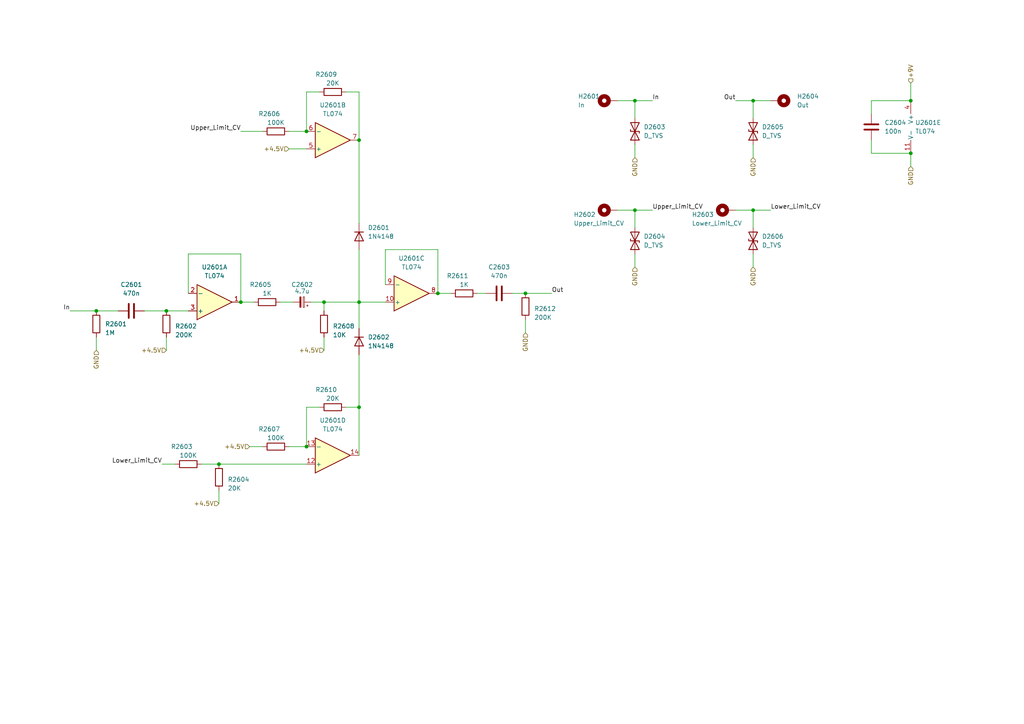
<source format=kicad_sch>
(kicad_sch (version 20211123) (generator eeschema)
  (paper "A4")
  (lib_symbols
    (symbol "Amplifier_Operational:TL074" (pin_names (offset 0.127))
      (property "Reference" "U" (at 0 5.08 0))
      (property "Value" "TL074" (at 0 -5.08 0))
      (symbol "TL074_1_1"
        (polyline (pts (xy -5.08 5.08) (xy 5.08 0) (xy -5.08 -5.08) (xy -5.08 5.08)) (stroke (width 0.254)) (fill (type background)))
        (pin output line (at 7.62 0 180) (length 2.54) (name "~") (number "1"))
        (pin input line (at -7.62 -2.54 0) (length 2.54) (name "-") (number "2"))
        (pin input line (at -7.62 2.54 0) (length 2.54) (name "+") (number "3"))
      )
      (symbol "TL074_2_1"
        (polyline (pts (xy -5.08 5.08) (xy 5.08 0) (xy -5.08 -5.08) (xy -5.08 5.08)) (stroke (width 0.254)) (fill (type background)))
        (pin input line (at -7.62 2.54 0) (length 2.54) (name "+") (number "5"))
        (pin input line (at -7.62 -2.54 0) (length 2.54) (name "-") (number "6"))
        (pin output line (at 7.62 0 180) (length 2.54) (name "~") (number "7"))
      )
      (symbol "TL074_3_1"
        (polyline (pts (xy -5.08 5.08) (xy 5.08 0) (xy -5.08 -5.08) (xy -5.08 5.08)) (stroke (width 0.254)) (fill (type background)))
        (pin input line (at -7.62 2.54 0) (length 2.54) (name "+") (number "10"))
        (pin output line (at 7.62 0 180) (length 2.54) (name "~") (number "8"))
        (pin input line (at -7.62 -2.54 0) (length 2.54) (name "-") (number "9"))
      )
      (symbol "TL074_4_1"
        (polyline (pts (xy -5.08 5.08) (xy 5.08 0) (xy -5.08 -5.08) (xy -5.08 5.08)) (stroke (width 0.254)) (fill (type background)))
        (pin input line (at -7.62 2.54 0) (length 2.54) (name "+") (number "12"))
        (pin input line (at -7.62 -2.54 0) (length 2.54) (name "-") (number "13"))
        (pin output line (at 7.62 0 180) (length 2.54) (name "~") (number "14"))
      )
      (symbol "TL074_5_1"
        (pin power_in line (at -2.54 -7.62 90) (length 3.81) (name "V-") (number "11"))
        (pin power_in line (at -2.54 7.62 270) (length 3.81) (name "V+") (number "4"))
      )
    )
    (symbol "Device:C" (pin_numbers hide) (pin_names (offset 0.254))
      (property "Reference" "C" (at 0.635 2.54 0))
      (property "Value" "C" (at 0.635 -2.54 0))
      (symbol "C_0_1"
        (polyline (pts (xy -2.032 -0.762) (xy 2.032 -0.762)) (stroke (width 0.508)))
        (polyline (pts (xy -2.032 0.762) (xy 2.032 0.762)) (stroke (width 0.508)))
      )
      (symbol "C_1_1"
        (pin passive line (at 0 3.81 270) (length 2.794) (name "~") (number "1"))
        (pin passive line (at 0 -3.81 90) (length 2.794) (name "~") (number "2"))
      )
    )
    (symbol "Device:C_Polarized_Small" (pin_numbers hide) (pin_names (offset 0.254) hide)
      (property "Reference" "C" (at 0.254 1.778 0))
      (property "Value" "C_Polarized_Small" (at 0.254 -2.032 0))
      (symbol "C_Polarized_Small_0_1"
        (rectangle (start -1.524 -0.3048) (end 1.524 -0.6858) (fill (type outline)))
        (rectangle (start -1.524 0.6858) (end 1.524 0.3048))
        (polyline (pts (xy -1.27 1.524) (xy -0.762 1.524)))
        (polyline (pts (xy -1.016 1.27) (xy -1.016 1.778)))
      )
      (symbol "C_Polarized_Small_1_1"
        (pin passive line (at 0 2.54 270) (length 1.8542) (name "~") (number "1"))
        (pin passive line (at 0 -2.54 90) (length 1.8542) (name "~") (number "2"))
      )
    )
    (symbol "Device:D" (pin_numbers hide) (pin_names (offset 1.016) hide)
      (property "Reference" "D" (at 0 2.54 0))
      (property "Value" "D" (at 0 -2.54 0))
      (symbol "D_0_1"
        (polyline (pts (xy -1.27 1.27) (xy -1.27 -1.27)) (stroke (width 0.254)))
        (polyline (pts (xy 1.27 0) (xy -1.27 0)))
        (polyline (pts (xy 1.27 1.27) (xy 1.27 -1.27) (xy -1.27 0) (xy 1.27 1.27)) (stroke (width 0.254)))
      )
      (symbol "D_1_1"
        (pin passive line (at -3.81 0 0) (length 2.54) (name "K") (number "1"))
        (pin passive line (at 3.81 0 180) (length 2.54) (name "A") (number "2"))
      )
    )
    (symbol "Device:D_TVS" (pin_numbers hide) (pin_names (offset 1.016) hide)
      (property "Reference" "D" (at 0 2.54 0))
      (property "Value" "D_TVS" (at 0 -2.54 0))
      (symbol "D_TVS_0_1"
        (polyline (pts (xy 1.27 0) (xy -1.27 0)))
        (polyline (pts (xy 0.508 1.27) (xy 0 1.27) (xy 0 -1.27) (xy -0.508 -1.27)) (stroke (width 0.254)))
        (polyline (pts (xy -2.54 1.27) (xy -2.54 -1.27) (xy 2.54 1.27) (xy 2.54 -1.27) (xy -2.54 1.27)) (stroke (width 0.254)))
      )
      (symbol "D_TVS_1_1"
        (pin passive line (at -3.81 0 0) (length 2.54) (name "A1") (number "1"))
        (pin passive line (at 3.81 0 180) (length 2.54) (name "A2") (number "2"))
      )
    )
    (symbol "Device:R" (pin_numbers hide) (pin_names (offset 0))
      (property "Reference" "R" (at 2.032 0 90))
      (property "Value" "R" (at 0 0 90))
      (symbol "R_0_1"
        (rectangle (start -1.016 -2.54) (end 1.016 2.54) (stroke (width 0.254)))
      )
      (symbol "R_1_1"
        (pin passive line (at 0 3.81 270) (length 1.27) (name "~") (number "1"))
        (pin passive line (at 0 -3.81 90) (length 1.27) (name "~") (number "2"))
      )
    )
    (symbol "Mechanical:MountingHole_Pad" (pin_numbers hide) (pin_names (offset 1.016) hide)
      (property "Reference" "H" (at 0 6.35 0))
      (property "Value" "MountingHole_Pad" (at 0 4.445 0))
      (symbol "MountingHole_Pad_0_1"
        (circle (center 0 1.27) (radius 1.27) (stroke (width 1.27)))
      )
      (symbol "MountingHole_Pad_1_1"
        (pin input line (at 0 -2.54 90) (length 2.54) (name "1") (number "1"))
      )
    )
  )
  (junction (at 93.98 87.63))
  (junction (at 88.9 38.1))
  (junction (at 104.14 87.63))
  (junction (at 218.44 60.96))
  (junction (at 104.14 40.64))
  (junction (at 63.5 134.62))
  (junction (at 184.15 60.96))
  (junction (at 218.44 29.21))
  (junction (at 152.4 85.09))
  (junction (at 184.15 29.21))
  (junction (at 48.26 90.17))
  (junction (at 88.9 129.54))
  (junction (at 127 85.09))
  (junction (at 264.16 29.21))
  (junction (at 69.85 87.63))
  (junction (at 264.16 44.45))
  (junction (at 27.94 90.17))
  (junction (at 104.14 118.11))
  (wire (pts (xy 41.91 90.17) (xy 48.26 90.17)))
  (wire (pts (xy 218.44 29.21) (xy 218.44 34.29)))
  (wire (pts (xy 264.16 24.13) (xy 264.16 29.21)))
  (wire (pts (xy 111.76 72.39) (xy 127 72.39)))
  (wire (pts (xy 252.73 29.21) (xy 264.16 29.21)))
  (wire (pts (xy 88.9 129.54) (xy 88.9 118.11)))
  (wire (pts (xy 127 85.09) (xy 130.81 85.09)))
  (wire (pts (xy 63.5 142.24) (xy 63.5 146.05)))
  (wire (pts (xy 184.15 60.96) (xy 189.23 60.96)))
  (wire (pts (xy 218.44 73.66) (xy 218.44 77.47)))
  (wire (pts (xy 48.26 90.17) (xy 54.61 90.17)))
  (wire (pts (xy 252.73 33.02) (xy 252.73 29.21)))
  (wire (pts (xy 69.85 38.1) (xy 76.2 38.1)))
  (wire (pts (xy 184.15 41.91) (xy 184.15 45.72)))
  (wire (pts (xy 88.9 118.11) (xy 92.71 118.11)))
  (wire (pts (xy 252.73 40.64) (xy 252.73 44.45)))
  (wire (pts (xy 72.39 129.54) (xy 76.2 129.54)))
  (wire (pts (xy 54.61 85.09) (xy 54.61 73.66)))
  (wire (pts (xy 54.61 73.66) (xy 69.85 73.66)))
  (wire (pts (xy 218.44 41.91) (xy 218.44 45.72)))
  (wire (pts (xy 138.43 85.09) (xy 140.97 85.09)))
  (wire (pts (xy 152.4 85.09) (xy 160.02 85.09)))
  (wire (pts (xy 46.99 134.62) (xy 50.8 134.62)))
  (wire (pts (xy 111.76 82.55) (xy 111.76 72.39)))
  (wire (pts (xy 83.82 129.54) (xy 88.9 129.54)))
  (wire (pts (xy 93.98 87.63) (xy 93.98 90.17)))
  (wire (pts (xy 213.36 60.96) (xy 218.44 60.96)))
  (wire (pts (xy 104.14 26.67) (xy 104.14 40.64)))
  (wire (pts (xy 184.15 29.21) (xy 184.15 34.29)))
  (wire (pts (xy 184.15 29.21) (xy 189.23 29.21)))
  (wire (pts (xy 184.15 60.96) (xy 184.15 66.04)))
  (wire (pts (xy 83.82 38.1) (xy 88.9 38.1)))
  (wire (pts (xy 90.17 87.63) (xy 93.98 87.63)))
  (wire (pts (xy 58.42 134.62) (xy 63.5 134.62)))
  (wire (pts (xy 69.85 87.63) (xy 73.66 87.63)))
  (wire (pts (xy 152.4 92.71) (xy 152.4 96.52)))
  (wire (pts (xy 148.59 85.09) (xy 152.4 85.09)))
  (wire (pts (xy 179.07 60.96) (xy 184.15 60.96)))
  (wire (pts (xy 104.14 87.63) (xy 111.76 87.63)))
  (wire (pts (xy 92.71 26.67) (xy 88.9 26.67)))
  (wire (pts (xy 83.82 43.18) (xy 88.9 43.18)))
  (wire (pts (xy 20.32 90.17) (xy 27.94 90.17)))
  (wire (pts (xy 93.98 97.79) (xy 93.98 101.6)))
  (wire (pts (xy 100.33 118.11) (xy 104.14 118.11)))
  (wire (pts (xy 127 72.39) (xy 127 85.09)))
  (wire (pts (xy 218.44 29.21) (xy 223.52 29.21)))
  (wire (pts (xy 69.85 73.66) (xy 69.85 87.63)))
  (wire (pts (xy 27.94 97.79) (xy 27.94 101.6)))
  (wire (pts (xy 81.28 87.63) (xy 85.09 87.63)))
  (wire (pts (xy 88.9 26.67) (xy 88.9 38.1)))
  (wire (pts (xy 63.5 134.62) (xy 88.9 134.62)))
  (wire (pts (xy 213.36 29.21) (xy 218.44 29.21)))
  (wire (pts (xy 100.33 26.67) (xy 104.14 26.67)))
  (wire (pts (xy 104.14 40.64) (xy 104.14 64.77)))
  (wire (pts (xy 93.98 87.63) (xy 104.14 87.63)))
  (wire (pts (xy 179.07 29.21) (xy 184.15 29.21)))
  (wire (pts (xy 252.73 44.45) (xy 264.16 44.45)))
  (wire (pts (xy 48.26 97.79) (xy 48.26 101.6)))
  (wire (pts (xy 184.15 73.66) (xy 184.15 77.47)))
  (wire (pts (xy 104.14 118.11) (xy 104.14 132.08)))
  (wire (pts (xy 218.44 60.96) (xy 223.52 60.96)))
  (wire (pts (xy 104.14 87.63) (xy 104.14 95.25)))
  (wire (pts (xy 218.44 60.96) (xy 218.44 66.04)))
  (wire (pts (xy 104.14 72.39) (xy 104.14 87.63)))
  (wire (pts (xy 264.16 44.45) (xy 264.16 48.26)))
  (wire (pts (xy 104.14 102.87) (xy 104.14 118.11)))
  (wire (pts (xy 27.94 90.17) (xy 34.29 90.17)))
  (label "Out" (at 213.36 29.21 180))
  (label "Upper_Limit_CV" (at 189.23 60.96 0))
  (label "Lower_Limit_CV" (at 46.99 134.62 180))
  (label "Upper_Limit_CV" (at 69.85 38.1 180))
  (label "In" (at 20.32 90.17 180))
  (label "In" (at 189.23 29.21 0))
  (label "Out" (at 160.02 85.09 0))
  (label "Lower_Limit_CV" (at 223.52 60.96 0))
  (hierarchical_label "GND" (shape input) (at 218.44 77.47 270))
  (hierarchical_label "+4.5V" (shape input) (at 63.5 146.05 180))
  (hierarchical_label "+9V" (shape input) (at 264.16 24.13 90))
  (hierarchical_label "GND" (shape input) (at 152.4 96.52 270))
  (hierarchical_label "GND" (shape input) (at 264.16 48.26 270))
  (hierarchical_label "+4.5V" (shape input) (at 93.98 101.6 180))
  (hierarchical_label "+4.5V" (shape input) (at 83.82 43.18 180))
  (hierarchical_label "GND" (shape input) (at 184.15 77.47 270))
  (hierarchical_label "GND" (shape input) (at 184.15 45.72 270))
  (hierarchical_label "+4.5V" (shape input) (at 48.26 101.6 180))
  (hierarchical_label "+4.5V" (shape input) (at 72.39 129.54 180))
  (hierarchical_label "GND" (shape input) (at 218.44 45.72 270))
  (hierarchical_label "GND" (shape input) (at 27.94 101.6 270))
  (symbol (lib_id "Device:R") (at 134.62 85.09 90) (unit 1)
    (property "Reference" "R2611" (at 135.89 80.01 90) (effects (justify left)))
    (property "Value" "1K" (at 134.62 82.55 90))
    (property "Footprint" "Resistor_SMD:R_0603_1608Metric_Pad0.98x0.95mm_HandSolder" (effects hide))
  )
  (symbol (lib_id "Device:R") (at 93.98 93.98 0) (unit 1)
    (property "Reference" "R2608" (at 96.52 94.615 0) (effects (justify left)))
    (property "Value" "10K" (at 96.52 97.155 0) (effects (justify left)))
    (property "Footprint" "Resistor_SMD:R_0603_1608Metric_Pad0.98x0.95mm_HandSolder" (effects hide))
  )
  (symbol (lib_id "Device:R") (at 80.01 129.54 90) (unit 1)
    (property "Reference" "R2607" (at 81.28 124.46 90) (effects (justify left)))
    (property "Value" "100K" (at 80.01 127 90))
    (property "Footprint" "Resistor_SMD:R_0603_1608Metric_Pad0.98x0.95mm_HandSolder" (effects hide))
  )
  (symbol (lib_id "Device:C") (at 38.1 90.17 90) (unit 1)
    (property "Reference" "C2601" (at 38.1 82.55 90))
    (property "Value" "470n" (at 38.1 85.09 90))
    (property "Footprint" "Capacitor_SMD:C_0805_2012Metric_Pad1.18x1.45mm_HandSolder" (effects hide))
  )
  (symbol (lib_id "Device:R") (at 54.61 134.62 90) (unit 1)
    (property "Reference" "R2603" (at 55.88 129.54 90) (effects (justify left)))
    (property "Value" "100K" (at 54.61 132.08 90))
    (property "Footprint" "Resistor_SMD:R_0603_1608Metric_Pad0.98x0.95mm_HandSolder" (effects hide))
  )
  (symbol (lib_id "Device:R") (at 27.94 93.98 0) (unit 1)
    (property "Reference" "R2601" (at 30.48 93.98 0) (effects (justify left)))
    (property "Value" "1M" (at 30.48 96.52 0) (effects (justify left)))
    (property "Footprint" "Resistor_SMD:R_0603_1608Metric_Pad0.98x0.95mm_HandSolder" (effects hide))
  )
  (symbol (lib_id "Device:R") (at 63.5 138.43 0) (unit 1)
    (property "Reference" "R2604" (at 66.04 139.065 0) (effects (justify left)))
    (property "Value" "20K" (at 66.04 141.605 0) (effects (justify left)))
    (property "Footprint" "Resistor_SMD:R_0603_1608Metric_Pad0.98x0.95mm_HandSolder" (effects hide))
  )
  (symbol (lib_id "Device:D_TVS") (at 184.15 69.85 90) (unit 1)
    (property "Reference" "D2604" (at 186.69 68.5799 90) (effects (justify right)))
    (property "Value" "D_TVS" (at 186.69 71.1199 90) (effects (justify right)))
    (property "Footprint" "Diode_SMD:D_SOD-323_HandSoldering" (effects hide))
  )
  (symbol (lib_id "Device:D") (at 104.14 99.06 270) (unit 1)
    (property "Reference" "D2602" (at 106.68 97.7899 90) (effects (justify left)))
    (property "Value" "1N4148" (at 106.68 100.3299 90) (effects (justify left)))
    (property "Footprint" "Diode_SMD:D_SOD-323_HandSoldering" (effects hide))
  )
  (symbol (lib_id "Device:D_TVS") (at 218.44 69.85 90) (unit 1)
    (property "Reference" "D2606" (at 220.98 68.5799 90) (effects (justify right)))
    (property "Value" "D_TVS" (at 220.98 71.1199 90) (effects (justify right)))
    (property "Footprint" "Diode_SMD:D_SOD-323_HandSoldering" (effects hide))
  )
  (symbol (lib_id "Device:C") (at 252.73 36.83 0) (unit 1)
    (property "Reference" "C2604" (at 256.54 35.5599 0) (effects (justify left)))
    (property "Value" "100n" (at 256.54 38.0999 0) (effects (justify left)))
    (property "Footprint" "Capacitor_SMD:C_0603_1608Metric_Pad1.08x0.95mm_HandSolder" (effects hide))
  )
  (symbol (lib_id "Device:R") (at 80.01 38.1 90) (unit 1)
    (property "Reference" "R2606" (at 81.28 33.02 90) (effects (justify left)))
    (property "Value" "100K" (at 80.01 35.56 90))
    (property "Footprint" "Resistor_SMD:R_0603_1608Metric_Pad0.98x0.95mm_HandSolder" (effects hide))
  )
  (symbol (lib_id "Device:R") (at 48.26 93.98 0) (unit 1)
    (property "Reference" "R2602" (at 50.8 94.615 0) (effects (justify left)))
    (property "Value" "200K" (at 50.8 97.155 0) (effects (justify left)))
    (property "Footprint" "Resistor_SMD:R_0603_1608Metric_Pad0.98x0.95mm_HandSolder" (effects hide))
  )
  (symbol (lib_id "Device:C_Polarized_Small") (at 87.63 87.63 270) (mirror x) (unit 1)
    (property "Reference" "C2602" (at 87.63 82.55 90))
    (property "Value" "4.7u" (at 87.63 84.455 90))
    (property "Footprint" "Capacitor_Tantalum_SMD:CP_EIA-3216-18_Kemet-A_Pad1.58x1.35mm_HandSolder" (effects hide))
  )
  (symbol (lib_id "Device:D") (at 104.14 68.58 270) (unit 1)
    (property "Reference" "D2601" (at 106.68 66.04 90) (effects (justify left)))
    (property "Value" "1N4148" (at 106.68 68.58 90) (effects (justify left)))
    (property "Footprint" "Diode_SMD:D_SOD-323_HandSoldering" (effects hide))
  )
  (symbol (lib_id "Mechanical:MountingHole_Pad") (at 210.82 60.96 90) (unit 1)
    (property "Reference" "H2603" (at 200.66 62.23 90) (effects (justify right)))
    (property "Value" "Lower_Limit_CV" (at 200.66 64.77 90) (effects (justify right)))
    (property "Footprint" "MountingHole:MountingHole_4.3mm_M4_Pad_TopBottom" (effects hide))
  )
  (symbol (lib_id "Device:D_TVS") (at 184.15 38.1 90) (unit 1)
    (property "Reference" "D2603" (at 186.69 36.8299 90) (effects (justify right)))
    (property "Value" "D_TVS" (at 186.69 39.3699 90) (effects (justify right)))
    (property "Footprint" "Diode_SMD:D_SOD-323_HandSoldering" (effects hide))
  )
  (symbol (lib_id "Mechanical:MountingHole_Pad") (at 176.53 60.96 90) (unit 1)
    (property "Reference" "H2602" (at 166.37 62.23 90) (effects (justify right)))
    (property "Value" "Upper_Limit_CV" (at 166.37 64.77 90) (effects (justify right)))
    (property "Footprint" "MountingHole:MountingHole_4.3mm_M4_Pad_TopBottom" (effects hide))
  )
  (symbol (lib_id "Device:D_TVS") (at 218.44 38.1 90) (unit 1)
    (property "Reference" "D2605" (at 220.98 36.8299 90) (effects (justify right)))
    (property "Value" "D_TVS" (at 220.98 39.3699 90) (effects (justify right)))
    (property "Footprint" "Diode_SMD:D_SOD-323_HandSoldering" (effects hide))
  )
  (symbol (lib_id "Amplifier_Operational:TL074") (at 119.38 85.09 0) (mirror x) (unit 3)
    (property "Reference" "U2601" (at 119.38 74.93 0))
    (property "Value" "TL074" (at 119.38 77.47 0))
    (property "Footprint" "Package_SO:SOIC-14_3.9x8.7mm_P1.27mm" (effects hide))
    (property "Datasheet" "http://www.ti.com/lit/ds/symlink/tl071.pdf" (effects hide))
  )
  (symbol (lib_id "Amplifier_Operational:TL074") (at 96.52 40.64 0) (mirror x) (unit 2)
    (property "Reference" "U2601" (at 96.52 30.48 0))
    (property "Value" "TL074" (at 96.52 33.02 0))
    (property "Footprint" "Package_SO:SOIC-14_3.9x8.7mm_P1.27mm" (effects hide))
    (property "Datasheet" "http://www.ti.com/lit/ds/symlink/tl071.pdf" (effects hide))
  )
  (symbol (lib_id "Amplifier_Operational:TL074") (at 96.52 132.08 0) (mirror x) (unit 4)
    (property "Reference" "U2601" (at 96.52 121.92 0))
    (property "Value" "TL074" (at 96.52 124.46 0))
    (property "Footprint" "Package_SO:SOIC-14_3.9x8.7mm_P1.27mm" (effects hide))
    (property "Datasheet" "http://www.ti.com/lit/ds/symlink/tl071.pdf" (effects hide))
  )
  (symbol (lib_id "Mechanical:MountingHole_Pad") (at 226.06 29.21 270) (unit 1)
    (property "Reference" "H2604" (at 231.14 27.94 90) (effects (justify left)))
    (property "Value" "Out" (at 231.14 30.48 90) (effects (justify left)))
    (property "Footprint" "MountingHole:MountingHole_4.3mm_M4_Pad_TopBottom" (effects hide))
  )
  (symbol (lib_id "Amplifier_Operational:TL074") (at 266.7 36.83 0) (unit 5)
    (property "Reference" "U2601" (at 265.43 35.5599 0) (effects (justify left)))
    (property "Value" "TL074" (at 265.43 38.0999 0) (effects (justify left)))
    (property "Footprint" "Package_SO:SOIC-14_3.9x8.7mm_P1.27mm" (effects hide))
    (property "Datasheet" "http://www.ti.com/lit/ds/symlink/tl071.pdf" (effects hide))
  )
  (symbol (lib_id "Device:R") (at 96.52 118.11 90) (unit 1)
    (property "Reference" "R2610" (at 97.79 113.03 90) (effects (justify left)))
    (property "Value" "20K" (at 96.52 115.57 90))
    (property "Footprint" "Resistor_SMD:R_0603_1608Metric_Pad0.98x0.95mm_HandSolder" (effects hide))
  )
  (symbol (lib_id "Amplifier_Operational:TL074") (at 62.23 87.63 0) (mirror x) (unit 1)
    (property "Reference" "U2601" (at 62.23 77.47 0))
    (property "Value" "TL074" (at 62.23 80.01 0))
    (property "Footprint" "Package_SO:SOIC-14_3.9x8.7mm_P1.27mm" (effects hide))
    (property "Datasheet" "http://www.ti.com/lit/ds/symlink/tl071.pdf" (effects hide))
  )
  (symbol (lib_id "Device:R") (at 152.4 88.9 0) (unit 1)
    (property "Reference" "R2612" (at 154.94 89.535 0) (effects (justify left)))
    (property "Value" "200K" (at 154.94 92.075 0) (effects (justify left)))
    (property "Footprint" "Resistor_SMD:R_0603_1608Metric_Pad0.98x0.95mm_HandSolder" (effects hide))
  )
  (symbol (lib_id "Device:R") (at 77.47 87.63 90) (unit 1)
    (property "Reference" "R2605" (at 78.74 82.55 90) (effects (justify left)))
    (property "Value" "1K" (at 77.47 85.09 90))
    (property "Footprint" "Resistor_SMD:R_0603_1608Metric_Pad0.98x0.95mm_HandSolder" (effects hide))
  )
  (symbol (lib_id "Mechanical:MountingHole_Pad") (at 176.53 29.21 90) (unit 1)
    (property "Reference" "H2601" (at 167.64 27.94 90) (effects (justify right)))
    (property "Value" "In" (at 167.64 30.48 90) (effects (justify right)))
    (property "Footprint" "MountingHole:MountingHole_4.3mm_M4_Pad_TopBottom" (effects hide))
  )
  (symbol (lib_id "Device:R") (at 96.52 26.67 90) (unit 1)
    (property "Reference" "R2609" (at 97.79 21.59 90) (effects (justify left)))
    (property "Value" "20K" (at 96.52 24.13 90))
    (property "Footprint" "Resistor_SMD:R_0603_1608Metric_Pad0.98x0.95mm_HandSolder" (effects hide))
  )
  (symbol (lib_id "Device:C") (at 144.78 85.09 90) (unit 1)
    (property "Reference" "C2603" (at 144.78 77.47 90))
    (property "Value" "470n" (at 144.78 80.01 90))
    (property "Footprint" "Capacitor_SMD:C_0805_2012Metric_Pad1.18x1.45mm_HandSolder" (effects hide))
  )
)
</source>
